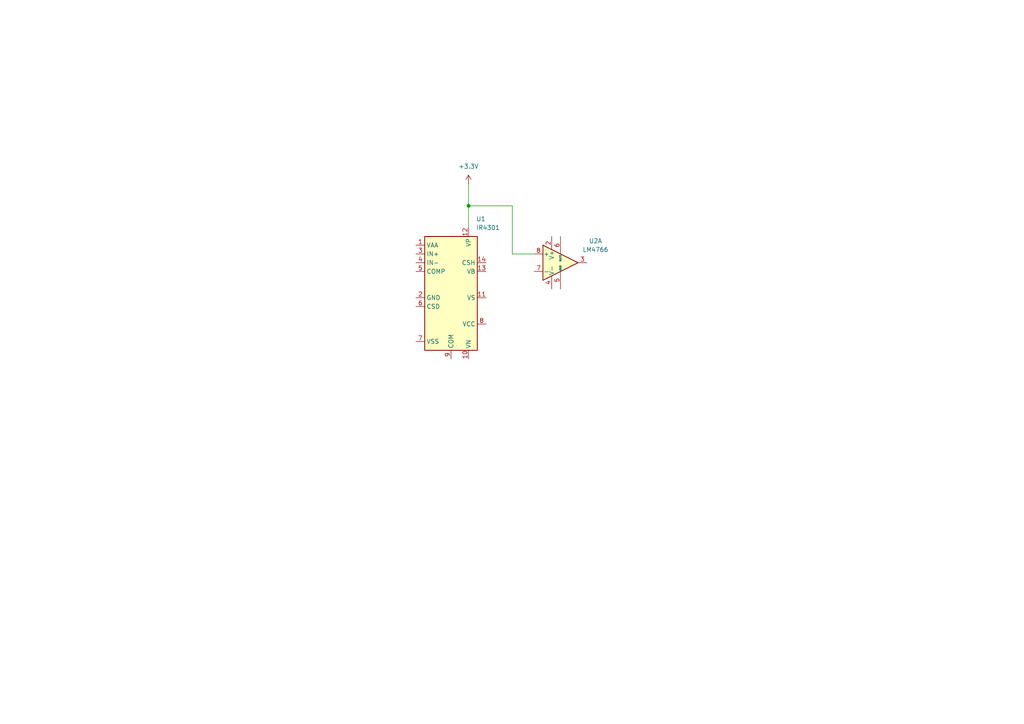
<source format=kicad_sch>
(kicad_sch (version 20231120) (generator "eeschema") (generator_version "8.0")
  (paper "A4")
  (lib_symbols
    (symbol "Amplifier_Audio:IR4301"
      (property "Reference" "U" (at -7.62 20.955 0))
      (property "Value" "IR4301" (at -7.62 19.05 0))
      (symbol "IR4301_0_1"
        (rectangle (start -7.62 -15.24) (end 7.62 17.78) (stroke (width 0.254)) (fill (type background)))
      )
      (symbol "IR4301_1_1"
        (pin power_in line (at -10.16 15.24 0) (length 2.54) (name "VAA") (number "1"))
        (pin power_in line (at 5.08 -17.78 90) (length 2.54) (name "VN") (number "10"))
        (pin output line (at 10.16 0 180) (length 2.54) (name "VS") (number "11"))
        (pin power_in line (at 5.08 20.32 270) (length 2.54) (name "VP") (number "12"))
        (pin power_in line (at 10.16 7.62 180) (length 2.54) (name "VB") (number "13"))
        (pin passive line (at 10.16 10.16 180) (length 2.54) (name "CSH") (number "14"))
        (pin passive line (at 0 -17.78 90) (length 2.54) hide (name "COM") (number "15"))
        (pin power_in line (at -10.16 0 0) (length 2.54) (name "GND") (number "2"))
        (pin input line (at -10.16 12.7 0) (length 2.54) (name "IN+") (number "3"))
        (pin input line (at -10.16 10.16 0) (length 2.54) (name "IN-") (number "4"))
        (pin output line (at -10.16 7.62 0) (length 2.54) (name "COMP") (number "5"))
        (pin passive line (at -10.16 -2.54 0) (length 2.54) (name "CSD") (number "6"))
        (pin power_in line (at -10.16 -12.7 0) (length 2.54) (name "VSS") (number "7"))
        (pin power_in line (at 10.16 -7.62 180) (length 2.54) (name "VCC") (number "8"))
        (pin power_in line (at 0 -17.78 90) (length 2.54) (name "COM") (number "9"))
      )
    )
    (symbol "Amplifier_Audio:LM4766" (pin_names (offset 0.127))
      (property "Reference" "U" (at 5.08 6.35 0))
      (property "Value" "LM4766" (at 5.08 3.81 0))
      (symbol "LM4766_0_1"
        (polyline (pts (xy -5.08 5.08) (xy 5.08 0) (xy -5.08 -5.08) (xy -5.08 5.08)) (stroke (width 0.254)) (fill (type background)))
      )
      (symbol "LM4766_1_1"
        (pin power_in line (at -2.54 7.62 270) (length 3.81) (name "V+") (number "2"))
        (pin output line (at 7.62 0 180) (length 2.54) (name "~") (number "3"))
        (pin power_in line (at -2.54 -7.62 90) (length 3.81) (name "V-") (number "4"))
        (pin power_in line (at 0 -7.62 90) (length 5.08) (name "GND") (number "5"))
        (pin input line (at 0 7.62 270) (length 5.08) (name "MUTE") (number "6"))
        (pin input line (at -7.62 -2.54 0) (length 2.54) (name "-") (number "7"))
        (pin input line (at -7.62 2.54 0) (length 2.54) (name "+") (number "8"))
        (pin no_connect line (at 0 2.54 270) (length 2.54) hide (name "NC") (number "9"))
      )
      (symbol "LM4766_2_1"
        (pin output line (at 7.62 0 180) (length 2.54) (name "~") (number "1"))
        (pin power_in line (at 0 -7.62 90) (length 5.08) (name "GND") (number "10"))
        (pin input line (at 0 7.62 270) (length 5.08) (name "MUTE") (number "11"))
        (pin input line (at -7.62 -2.54 0) (length 2.54) (name "-") (number "12"))
        (pin input line (at -7.62 2.54 0) (length 2.54) (name "+") (number "13"))
        (pin no_connect line (at 0 2.54 270) (length 2.54) hide (name "NC") (number "14"))
        (pin power_in line (at -2.54 7.62 270) (length 3.81) (name "V+") (number "15"))
      )
    )
    (symbol "power:+3.3V" (power) (pin_numbers hide) (pin_names (offset 0) hide)
      (property "Value" "+3.3V" (at 0 3.556 0))
      (symbol "+3.3V_0_1"
        (polyline (pts (xy -0.762 1.27) (xy 0 2.54)))
        (polyline (pts (xy 0 0) (xy 0 2.54)))
        (polyline (pts (xy 0 2.54) (xy 0.762 1.27)))
      )
      (symbol "+3.3V_1_1"
        (pin power_in line (at 0 0 90) (length 0) (name "~") (number "1"))
      )
    )
  )
  (junction (at 135.89 59.69))
  (wire (pts (xy 148.59 59.69) (xy 135.89 59.69)))
  (wire (pts (xy 135.89 59.69) (xy 135.89 66.04)))
  (wire (pts (xy 148.59 73.66) (xy 148.59 59.69)))
  (wire (pts (xy 135.89 53.34) (xy 135.89 59.69)))
  (wire (pts (xy 154.94 73.66) (xy 148.59 73.66)))
  (symbol (lib_id "Amplifier_Audio:LM4766") (at 162.56 76.2 0) (unit 1)
    (property "Reference" "U2" (at 172.72 69.8814 0))
    (property "Value" "LM4766" (at 172.72 72.4214 0))
    (property "Footprint" "Package_TO_SOT_THT:TO-220-15_P2.54x2.54mm_StaggerOdd_Lead4.58mm_Vertical" (effects (hide yes)))
    (property "Datasheet" "http://www.ti.com/lit/ds/symlink/lm4766.pdf" (effects (hide yes)))
    (property "Description" "Overture Audio Power Amplifier Series Dual 40W Audio Power Amplifier with Mute, TO-220-15" (effects (hide yes)))
  )
  (symbol (lib_id "power:+3.3V") (at 135.89 53.34 0) (unit 1)
    (property "Reference" "#PWR01" (effects (hide yes)))
    (property "Value" "+3.3V" (at 135.89 48.26 0))
    (property "Description" "Power symbol creates a global label with name \"+3.3V\"" (effects (hide yes)))
  )
  (symbol (lib_id "Amplifier_Audio:IR4301") (at 130.81 86.36 0) (unit 1)
    (property "Reference" "U1" (at 138.0841 63.5 0) (effects (justify left)))
    (property "Value" "IR4301" (at 138.0841 66.04 0) (effects (justify left)))
    (property "Footprint" "Package_DFN_QFN:Infineon_PQFN-22-15-4EP_6x5mm_P0.65mm" (effects (hide yes)))
    (property "Datasheet" "https://www.infineon.com/dgdl/ir4301.pdf?fileId=5546d462533600a4015355d5fc691819" (effects (hide yes)))
    (property "Description" "PowIRaudio Integrated Analog Input Class D Audio Amplifier, 160W/4ohm, 80V, PQFN-22" (effects (hide yes)))
  )
)
</source>
